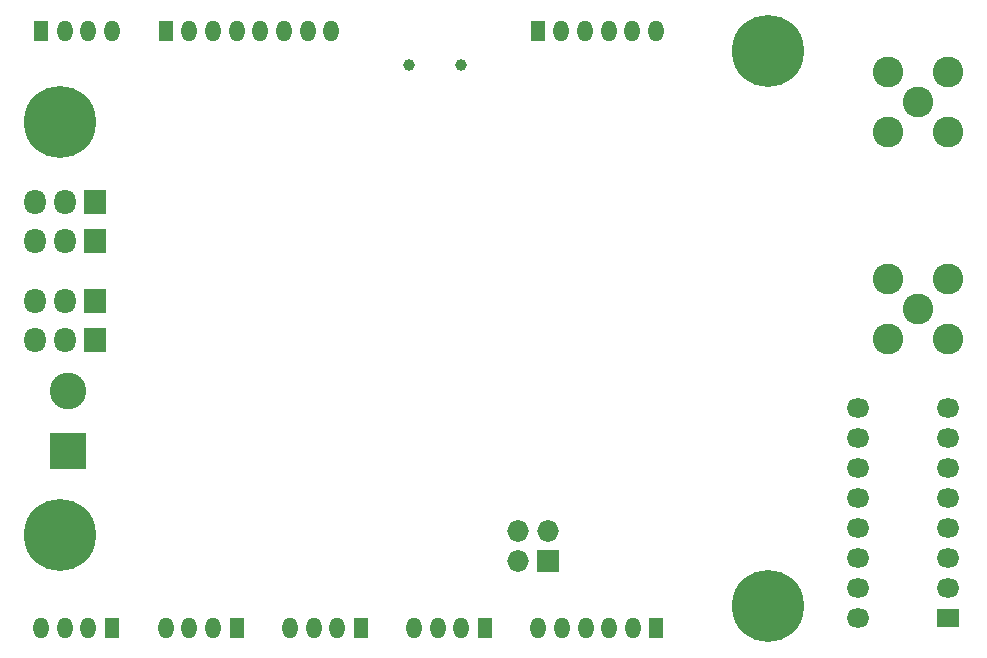
<source format=gbs>
G04 #@! TF.FileFunction,Soldermask,Bot*
%FSLAX46Y46*%
G04 Gerber Fmt 4.6, Leading zero omitted, Abs format (unit mm)*
G04 Created by KiCad (PCBNEW (2015-09-15 BZR 6201)-product) date tor 18 feb 2016 10:56:40*
%MOMM*%
G01*
G04 APERTURE LIST*
%ADD10C,0.100000*%
%ADD11C,6.101600*%
%ADD12R,1.300480X1.800860*%
%ADD13O,1.300480X1.800860*%
%ADD14C,1.000760*%
%ADD15R,1.828800X2.133600*%
%ADD16O,1.828800X2.133600*%
%ADD17R,1.828800X1.828800*%
%ADD18O,1.828800X1.828800*%
%ADD19R,1.925600X1.625600*%
%ADD20O,1.925600X1.625600*%
%ADD21R,3.101340X3.101340*%
%ADD22C,3.101340*%
%ADD23C,2.601600*%
G04 APERTURE END LIST*
D10*
D11*
X166500000Y-76000000D03*
X106500000Y-82000000D03*
X106500000Y-117000000D03*
D12*
X104932480Y-74295000D03*
D13*
X108935520Y-74295000D03*
X106934000Y-74295000D03*
X110934500Y-74295000D03*
D14*
X140499740Y-77177900D03*
X136100460Y-77177900D03*
D12*
X142527020Y-124841000D03*
D13*
X138523980Y-124841000D03*
X140525500Y-124841000D03*
X136525000Y-124841000D03*
D12*
X132034280Y-124841000D03*
D13*
X128031240Y-124841000D03*
X130032760Y-124841000D03*
X126032260Y-124841000D03*
X127508000Y-74295000D03*
X125509020Y-74295000D03*
X123507500Y-74295000D03*
D12*
X115501420Y-74295000D03*
D13*
X119504460Y-74295000D03*
X117502940Y-74295000D03*
X121503440Y-74295000D03*
X129506980Y-74295000D03*
D12*
X146994940Y-74295000D03*
D13*
X150997980Y-74295000D03*
X148996460Y-74295000D03*
X152996960Y-74295000D03*
X154998480Y-74295000D03*
X157000000Y-74295000D03*
D12*
X157038040Y-124841000D03*
D13*
X153035000Y-124841000D03*
X155036520Y-124841000D03*
X151036020Y-124841000D03*
X149034500Y-124841000D03*
X147032980Y-124841000D03*
D12*
X121493280Y-124841000D03*
D13*
X117490240Y-124841000D03*
X119491760Y-124841000D03*
X115491260Y-124841000D03*
D12*
X110952280Y-124841000D03*
D13*
X106949240Y-124841000D03*
X108950760Y-124841000D03*
X104950260Y-124841000D03*
D15*
X109474000Y-100457000D03*
D16*
X106934000Y-100457000D03*
X104394000Y-100457000D03*
D15*
X109474000Y-97155000D03*
D16*
X106934000Y-97155000D03*
X104394000Y-97155000D03*
D15*
X109474000Y-92075000D03*
D16*
X106934000Y-92075000D03*
X104394000Y-92075000D03*
D15*
X109474000Y-88773000D03*
D16*
X106934000Y-88773000D03*
X104394000Y-88773000D03*
D17*
X147828000Y-119189500D03*
D18*
X145288000Y-119189500D03*
X147828000Y-116649500D03*
X145288000Y-116649500D03*
D19*
X181737000Y-123952000D03*
D20*
X174117000Y-123952000D03*
X181737000Y-121412000D03*
X174117000Y-121412000D03*
X181737000Y-118872000D03*
X174117000Y-118872000D03*
X181737000Y-116332000D03*
X174117000Y-116332000D03*
X181737000Y-113792000D03*
X174117000Y-113792000D03*
X181737000Y-111252000D03*
X174117000Y-111252000D03*
X181737000Y-108712000D03*
X174117000Y-108712000D03*
X181737000Y-106172000D03*
X174117000Y-106172000D03*
D21*
X107188000Y-109855000D03*
D22*
X107188000Y-104775000D03*
D11*
X166500000Y-123000000D03*
D23*
X179197000Y-80264000D03*
X176657000Y-77724000D03*
X176657000Y-82804000D03*
X181737000Y-82804000D03*
X181737000Y-77724000D03*
X179197000Y-97790000D03*
X176657000Y-95250000D03*
X176657000Y-100330000D03*
X181737000Y-100330000D03*
X181737000Y-95250000D03*
M02*

</source>
